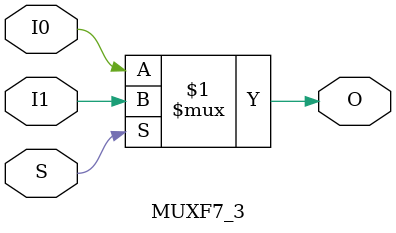
<source format=v>
module MUXF7_3(output O, input I0, I1, S);
  assign O = S ? I1 : I0;
endmodule
</source>
